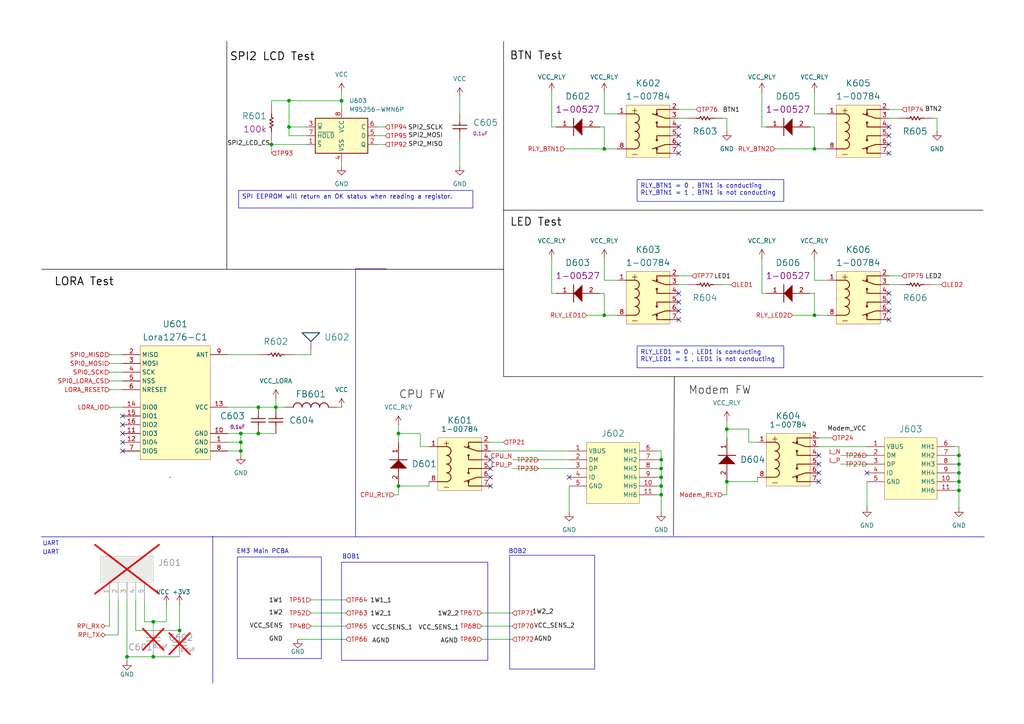
<source format=kicad_sch>
(kicad_sch (version 20231120) (generator "eeschema") (generator_version "8.0")
  (paper "A4")
  (junction (at 74.93 125.73))
  (junction (at 52.07 182.88))
  (junction (at 99.06 29.21))
  (junction (at 278.13 142.24))
  (junction (at 236.22 43.18))
  (junction (at 80.01 118.11))
  (junction (at 191.77 138.43))
  (junction (at 83.82 29.21))
  (junction (at 74.93 118.11))
  (junction (at 69.85 125.73))
  (junction (at 115.57 125.73))
  (junction (at 69.85 130.81))
  (junction (at 210.82 139.7))
  (junction (at 78.74 41.91))
  (junction (at 44.45 190.5))
  (junction (at 278.13 134.62))
  (junction (at 191.77 133.35))
  (junction (at 44.45 180.34))
  (junction (at 175.26 43.18))
  (junction (at 210.82 124.46))
  (junction (at 278.13 132.08))
  (junction (at 278.13 139.7))
  (junction (at 83.82 36.83))
  (junction (at 278.13 137.16))
  (junction (at 69.85 128.27))
  (junction (at 115.57 140.97))
  (junction (at 191.77 135.89))
  (junction (at 236.22 91.44))
  (junction (at 175.26 91.44))
  (junction (at 191.77 143.51))
  (junction (at 36.83 190.5))
  (junction (at 191.77 140.97))
  (no_connect (at 196.85 90.17))
  (no_connect (at 35.56 130.81))
  (no_connect (at 142.24 140.97))
  (no_connect (at 257.81 39.37))
  (no_connect (at 257.81 41.91))
  (no_connect (at 237.49 132.08))
  (no_connect (at 257.81 90.17))
  (no_connect (at 35.56 120.65))
  (no_connect (at 196.85 44.45))
  (no_connect (at 257.81 85.09))
  (no_connect (at 257.81 87.63))
  (no_connect (at 142.24 138.43))
  (no_connect (at 196.85 92.71))
  (no_connect (at 35.56 125.73))
  (no_connect (at 35.56 123.19))
  (no_connect (at 257.81 44.45))
  (no_connect (at 196.85 36.83))
  (no_connect (at 196.85 41.91))
  (no_connect (at 142.24 133.35))
  (no_connect (at 196.85 39.37))
  (no_connect (at 257.81 92.71))
  (no_connect (at 35.56 128.27))
  (no_connect (at 237.49 137.16))
  (no_connect (at 237.49 134.62))
  (no_connect (at 196.85 85.09))
  (no_connect (at 257.81 36.83))
  (no_connect (at 165.1 138.43))
  (no_connect (at 237.49 139.7))
  (no_connect (at 251.46 137.16))
  (no_connect (at 196.85 87.63))
  (no_connect (at 142.24 135.89))
  (wire (pts (xy 66.04 128.27) (xy 69.85 128.27)))
  (wire (pts (xy 78.74 30.48) (xy 78.74 29.21)))
  (wire (pts (xy 148.59 133.35) (xy 165.1 133.35)))
  (wire (pts (xy 278.13 139.7) (xy 278.13 142.24)))
  (wire (pts (xy 175.26 43.18) (xy 179.07 43.18)))
  (wire (pts (xy 36.83 173.99) (xy 36.83 190.5)))
  (wire (pts (xy 234.95 36.83) (xy 236.22 36.83)))
  (wire (pts (xy 210.82 38.1) (xy 210.82 34.29)))
  (wire (pts (xy 31.75 113.03) (xy 35.56 113.03)))
  (wire (pts (xy 90.17 181.61) (xy 100.33 181.61)))
  (polyline (pts (xy 65.786 11.938) (xy 65.786 77.978)) (stroke (width 0) (color 0 0 0 1)))
  (wire (pts (xy 85.09 102.87) (xy 90.17 102.87)))
  (wire (pts (xy 278.13 132.08) (xy 278.13 134.62)))
  (wire (pts (xy 276.86 132.08) (xy 278.13 132.08)))
  (wire (pts (xy 109.22 41.91) (xy 111.76 41.91)))
  (wire (pts (xy 217.17 124.46) (xy 210.82 124.46)))
  (wire (pts (xy 219.71 139.7) (xy 219.71 138.43)))
  (wire (pts (xy 148.59 135.89) (xy 165.1 135.89)))
  (wire (pts (xy 236.22 91.44) (xy 240.03 91.44)))
  (wire (pts (xy 31.75 102.87) (xy 35.56 102.87)))
  (wire (pts (xy 83.82 39.37) (xy 83.82 36.83)))
  (wire (pts (xy 83.82 36.83) (xy 83.82 29.21)))
  (wire (pts (xy 276.86 134.62) (xy 278.13 134.62)))
  (wire (pts (xy 190.5 140.97) (xy 191.77 140.97)))
  (wire (pts (xy 170.18 91.44) (xy 175.26 91.44)))
  (wire (pts (xy 210.82 121.92) (xy 210.82 124.46)))
  (wire (pts (xy 163.83 43.18) (xy 175.26 43.18)))
  (wire (pts (xy 260.35 34.29) (xy 257.81 34.29)))
  (wire (pts (xy 210.82 34.29) (xy 209.55 34.29)))
  (wire (pts (xy 278.13 129.54) (xy 278.13 132.08)))
  (wire (pts (xy 31.75 105.41) (xy 35.56 105.41)))
  (wire (pts (xy 78.74 40.64) (xy 78.74 41.91)))
  (wire (pts (xy 191.77 140.97) (xy 191.77 143.51)))
  (wire (pts (xy 229.87 91.44) (xy 236.22 91.44)))
  (wire (pts (xy 276.86 137.16) (xy 278.13 137.16)))
  (wire (pts (xy 121.92 125.73) (xy 115.57 125.73)))
  (wire (pts (xy 44.45 190.5) (xy 36.83 190.5)))
  (wire (pts (xy 237.49 127) (xy 241.3 127)))
  (wire (pts (xy 88.9 36.83) (xy 83.82 36.83)))
  (wire (pts (xy 124.46 129.54) (xy 121.92 129.54)))
  (wire (pts (xy 217.17 128.27) (xy 217.17 124.46)))
  (wire (pts (xy 278.13 142.24) (xy 278.13 147.32)))
  (wire (pts (xy 90.17 173.99) (xy 100.33 173.99)))
  (wire (pts (xy 190.5 138.43) (xy 191.77 138.43)))
  (wire (pts (xy 209.55 143.51) (xy 210.82 143.51)))
  (wire (pts (xy 31.75 173.99) (xy 31.75 181.61)))
  (wire (pts (xy 236.22 26.67) (xy 236.22 33.02)))
  (wire (pts (xy 210.82 124.46) (xy 210.82 127)))
  (polyline (pts (xy 146.05 60.96) (xy 285.115 60.96)) (stroke (width 0) (color 0 0 0 1)))
  (wire (pts (xy 109.22 36.83) (xy 111.76 36.83)))
  (wire (pts (xy 31.75 118.11) (xy 35.56 118.11)))
  (wire (pts (xy 139.7 185.42) (xy 148.59 185.42)))
  (wire (pts (xy 271.78 34.29) (xy 270.51 34.29)))
  (wire (pts (xy 199.39 34.29) (xy 196.85 34.29)))
  (wire (pts (xy 220.98 85.09) (xy 222.25 85.09)))
  (wire (pts (xy 236.22 81.28) (xy 240.03 81.28)))
  (wire (pts (xy 210.82 139.7) (xy 219.71 139.7)))
  (wire (pts (xy 220.98 36.83) (xy 222.25 36.83)))
  (wire (pts (xy 69.85 128.27) (xy 69.85 130.81)))
  (wire (pts (xy 251.46 139.7) (xy 251.46 147.32)))
  (wire (pts (xy 133.35 27.94) (xy 133.35 33.02)))
  (polyline (pts (xy 146.05 78.105) (xy 12.065 78.105)) (stroke (width 0) (color 0 0 0 1)))
  (wire (pts (xy 99.06 118.11) (xy 97.79 118.11)))
  (wire (pts (xy 78.74 44.45) (xy 78.74 41.91)))
  (wire (pts (xy 114.3 143.51) (xy 115.57 143.51)))
  (wire (pts (xy 175.26 33.02) (xy 179.07 33.02)))
  (wire (pts (xy 276.86 129.54) (xy 278.13 129.54)))
  (wire (pts (xy 271.78 38.1) (xy 271.78 34.29)))
  (wire (pts (xy 200.66 80.01) (xy 196.85 80.01)))
  (wire (pts (xy 34.29 173.99) (xy 34.29 184.15)))
  (wire (pts (xy 191.77 138.43) (xy 191.77 140.97)))
  (polyline (pts (xy 112.014 77.978) (xy 103.124 77.978)))
  (wire (pts (xy 30.48 181.61) (xy 31.75 181.61)))
  (polyline (pts (xy 49.276 138.43) (xy 49.53 138.43)) (stroke (width 0) (color 0 0 0 1)))
  (wire (pts (xy 278.13 134.62) (xy 278.13 137.16)))
  (wire (pts (xy 173.99 85.09) (xy 175.26 85.09)))
  (wire (pts (xy 165.1 140.97) (xy 165.1 148.59)))
  (wire (pts (xy 190.5 135.89) (xy 191.77 135.89)))
  (wire (pts (xy 199.39 82.55) (xy 196.85 82.55)))
  (wire (pts (xy 237.49 129.54) (xy 251.46 129.54)))
  (wire (pts (xy 175.26 85.09) (xy 175.26 91.44)))
  (polyline (pts (xy 146.05 109.22) (xy 285.115 109.22)) (stroke (width 0) (color 0 0 0 1)))
  (wire (pts (xy 66.04 125.73) (xy 69.85 125.73)))
  (wire (pts (xy 175.26 26.67) (xy 175.26 33.02)))
  (wire (pts (xy 83.82 29.21) (xy 99.06 29.21)))
  (polyline (pts (xy 146.05 78.105) (xy 146.05 109.22)) (stroke (width 0) (color 0 0 0 1)))
  (wire (pts (xy 234.95 85.09) (xy 236.22 85.09)))
  (wire (pts (xy 69.85 125.73) (xy 69.85 128.27)))
  (polyline (pts (xy 285.496 155.702) (xy 103.124 155.702)))
  (wire (pts (xy 212.09 82.55) (xy 209.55 82.55)))
  (wire (pts (xy 52.07 175.26) (xy 52.07 182.88)))
  (wire (pts (xy 39.37 182.88) (xy 52.07 182.88)))
  (wire (pts (xy 196.85 31.75) (xy 201.93 31.75)))
  (wire (pts (xy 236.22 85.09) (xy 236.22 91.44)))
  (wire (pts (xy 276.86 139.7) (xy 278.13 139.7)))
  (wire (pts (xy 31.75 107.95) (xy 35.56 107.95)))
  (wire (pts (xy 243.84 134.62) (xy 251.46 134.62)))
  (wire (pts (xy 74.93 125.73) (xy 80.01 125.73)))
  (wire (pts (xy 44.45 180.34) (xy 48.26 180.34)))
  (wire (pts (xy 88.9 39.37) (xy 83.82 39.37)))
  (wire (pts (xy 86.36 185.42) (xy 100.33 185.42)))
  (wire (pts (xy 115.57 143.51) (xy 115.57 140.97)))
  (wire (pts (xy 69.85 130.81) (xy 69.85 132.08)))
  (wire (pts (xy 99.06 29.21) (xy 99.06 31.75)))
  (wire (pts (xy 175.26 74.93) (xy 175.26 81.28)))
  (wire (pts (xy 44.45 181.61) (xy 44.45 180.34)))
  (wire (pts (xy 30.48 184.15) (xy 34.29 184.15)))
  (wire (pts (xy 190.5 143.51) (xy 191.77 143.51)))
  (wire (pts (xy 74.93 118.11) (xy 80.01 118.11)))
  (wire (pts (xy 66.04 118.11) (xy 74.93 118.11)))
  (wire (pts (xy 224.79 43.18) (xy 236.22 43.18)))
  (wire (pts (xy 276.86 142.24) (xy 278.13 142.24)))
  (wire (pts (xy 191.77 133.35) (xy 191.77 135.89)))
  (wire (pts (xy 175.26 91.44) (xy 179.07 91.44)))
  (wire (pts (xy 41.91 173.99) (xy 41.91 180.34)))
  (wire (pts (xy 41.91 180.34) (xy 44.45 180.34)))
  (wire (pts (xy 90.17 177.8) (xy 100.33 177.8)))
  (wire (pts (xy 133.35 40.64) (xy 133.35 48.26)))
  (polyline (pts (xy 146.05 12.065) (xy 146.05 78.105)) (stroke (width 0) (color 0 0 0 1)))
  (wire (pts (xy 220.98 26.67) (xy 220.98 36.83)))
  (wire (pts (xy 99.06 26.67) (xy 99.06 29.21)))
  (wire (pts (xy 124.46 140.97) (xy 124.46 139.7)))
  (wire (pts (xy 236.22 43.18) (xy 240.03 43.18)))
  (wire (pts (xy 142.24 130.81) (xy 165.1 130.81)))
  (wire (pts (xy 191.77 135.89) (xy 191.77 138.43)))
  (wire (pts (xy 121.92 129.54) (xy 121.92 125.73)))
  (wire (pts (xy 66.04 102.87) (xy 74.93 102.87)))
  (wire (pts (xy 78.74 41.91) (xy 88.9 41.91)))
  (wire (pts (xy 115.57 123.19) (xy 115.57 125.73)))
  (wire (pts (xy 78.74 29.21) (xy 83.82 29.21)))
  (wire (pts (xy 236.22 33.02) (xy 240.03 33.02)))
  (wire (pts (xy 261.62 80.01) (xy 257.81 80.01)))
  (wire (pts (xy 48.26 180.34) (xy 48.26 175.26)))
  (wire (pts (xy 190.5 130.81) (xy 191.77 130.81)))
  (wire (pts (xy 36.83 191.77) (xy 36.83 190.5)))
  (wire (pts (xy 69.85 125.73) (xy 74.93 125.73)))
  (wire (pts (xy 278.13 137.16) (xy 278.13 139.7)))
  (wire (pts (xy 243.84 132.08) (xy 251.46 132.08)))
  (wire (pts (xy 99.06 46.99) (xy 99.06 48.26)))
  (polyline (pts (xy 61.722 155.448) (xy 61.722 198.12)))
  (wire (pts (xy 115.57 140.97) (xy 124.46 140.97)))
  (wire (pts (xy 219.71 128.27) (xy 217.17 128.27)))
  (wire (pts (xy 90.17 102.87) (xy 90.17 101.6)))
  (wire (pts (xy 39.37 173.99) (xy 39.37 182.88)))
  (wire (pts (xy 175.26 81.28) (xy 179.07 81.28)))
  (wire (pts (xy 66.04 130.81) (xy 69.85 130.81)))
  (wire (pts (xy 173.99 36.83) (xy 175.26 36.83)))
  (wire (pts (xy 160.02 85.09) (xy 161.29 85.09)))
  (polyline (pts (xy 103.124 155.702) (xy 103.124 77.978)))
  (polyline (pts (xy 195.58 109.22) (xy 195.326 155.448)) (stroke (width 0) (color 0 0 0 1)))
  (wire (pts (xy 220.98 74.93) (xy 220.98 85.09)))
  (wire (pts (xy 260.35 82.55) (xy 257.81 82.55)))
  (wire (pts (xy 31.75 110.49) (xy 35.56 110.49)))
  (wire (pts (xy 236.22 74.93) (xy 236.22 81.28)))
  (wire (pts (xy 142.24 128.27) (xy 146.05 128.27)))
  (wire (pts (xy 175.26 36.83) (xy 175.26 43.18)))
  (wire (pts (xy 109.22 39.37) (xy 111.76 39.37)))
  (wire (pts (xy 80.01 115.57) (xy 80.01 118.11)))
  (wire (pts (xy 139.7 177.8) (xy 148.59 177.8)))
  (polyline (pts (xy 11.938 155.702) (xy 103.124 155.702)))
  (wire (pts (xy 115.57 125.73) (xy 115.57 128.27)))
  (wire (pts (xy 139.7 181.61) (xy 148.59 181.61)))
  (wire (pts (xy 261.62 31.75) (xy 257.81 31.75)))
  (wire (pts (xy 160.02 74.93) (xy 160.02 85.09)))
  (wire (pts (xy 210.82 143.51) (xy 210.82 139.7)))
  (wire (pts (xy 191.77 143.51) (xy 191.77 148.59)))
  (wire (pts (xy 191.77 130.81) (xy 191.77 133.35)))
  (wire (pts (xy 273.05 82.55) (xy 270.51 82.55)))
  (wire (pts (xy 190.5 133.35) (xy 191.77 133.35)))
  (wire (pts (xy 160.02 26.67) (xy 160.02 36.83)))
  (wire (pts (xy 160.02 36.83) (xy 161.29 36.83)))
  (wire (pts (xy 82.55 118.11) (xy 80.01 118.11)))
  (wire (pts (xy 236.22 36.83) (xy 236.22 43.18)))
  (wire (pts (xy 44.45 189.23) (xy 44.45 190.5)))
  (wire (pts (xy 44.45 190.5) (xy 52.07 190.5)))
  (rectangle (start 99.06 163.068) (end 141.478 191.516))
  (rectangle (start 147.828 161.036) (end 172.466 194.056))
  (rectangle (start 68.834 161.544) (end 93.218 191.008))
  (text_box "RLY_BTN1 = 0 , BTN1 is conducting\nRLY_BTN1 = 1 , BTN1 is not conducting" (at 184.785 52.07 0) (size 42.545 6.35) (effects (font (size 1.27 1.27)) (justify left top)))
  (text_box "SPI EEPROM will return an OK status when reading a registor. \n" (at 69.215 55.245 0) (size 67.945 5.08) (effects (font (size 1.27 1.27) (thickness 0.1588)) (justify left top)))
  (text_box "RLY_LED1 = 0 , LED1 is conducting\nRLY_LED1 = 1 , LED1 is not conducting" (at 184.785 100.33 0) (size 42.545 6.35) (effects (font (size 1.27 1.27)) (justify left top)))
  (text "1W2" (at 80.01 177.8 0) (effects (font (size 1.27 1.27))))
  (text "BOB2" (at 150.114 160.02 0) (effects (font (size 1.27 1.27))))
  (text "LED Test" (at 155.448 64.516 0) (effects (font (size 2.286 2.286) (thickness 0.2381))))
  (text "LED1" (at 209.55 80.264 0) (effects (font (size 1.27 1.27))))
  (text "BTN2" (at 270.764 31.75 0) (effects (font (size 1.27 1.27))))
  (text "VCC_SENS_1" (at 113.792 182.118 0) (effects (font (size 1.27 1.27))))
  (text "GND" (at 80.01 185.42 0) (effects (font (size 1.27 1.27))))
  (text "1W1" (at 80.01 174.244 0) (effects (font (size 1.27 1.27))))
  (text "1W2_2" (at 157.48 177.546 0) (effects (font (size 1.27 1.27))))
  (text "CPU FW\n" (at 122.428 114.554 0) (effects (font (size 2.286 2.286))))
  (text "AGND" (at 110.49 185.928 0) (effects (font (size 1.27 1.27))))
  (text "LORA Test" (at 24.384 81.788 0) (effects (font (size 2.286 2.286) (thickness 0.254) (bold yes))))
  (text "Modem FW\n" (at 208.788 113.284 0) (effects (font (size 2.286 2.286))))
  (text "VCC_SENS" (at 77.216 181.61 0) (effects (font (size 1.27 1.27))))
  (text "Modem_VCC\n" (at 245.618 124.46 0) (effects (font (size 1.27 1.27))))
  (text "LED2" (at 270.764 80.264 0) (effects (font (size 1.27 1.27))))
  (text "SPI2_SCLK\n" (at 123.444 37.084 0) (effects (font (size 1.27 1.27))))
  (text "UART" (at 14.732 157.734 0) (effects (font (size 1.27 1.27))))
  (text "BTN1" (at 212.09 32.004 0) (effects (font (size 1.27 1.27))))
  (text "AGND" (at 157.48 185.42 0) (effects (font (size 1.27 1.27))))
  (text "VCC_SENS_1" (at 127.254 182.118 0) (effects (font (size 1.27 1.27))))
  (text "1W1_1\n" (at 110.49 174.244 0) (effects (font (size 1.27 1.27))))
  (text "EM3 Main PCBA" (at 76.2 160.02 0) (effects (font (size 1.27 1.27))))
  (text "SPI2_MISO\n" (at 123.444 41.91 0) (effects (font (size 1.27 1.27))))
  (text "SPI2_MOSI\n\n" (at 123.444 40.386 0) (effects (font (size 1.27 1.27))))
  (text "SPI2 LCD Test" (at 78.994 16.51 0) (effects (font (size 2.286 2.286) (thickness 0.254) (bold yes))))
  (text "VCC_SENS_2" (at 160.782 181.61 0) (effects (font (size 1.27 1.27))))
  (text "BOB1" (at 101.854 161.544 0) (effects (font (size 1.27 1.27))))
  (text "SPI2_LCD_CS" (at 72.136 41.656 0) (effects (font (size 1.27 1.27))))
  (text "AGND" (at 130.302 185.928 0) (effects (font (size 1.27 1.27))))
  (text "BTN Test" (at 155.448 16.256 0) (effects (font (size 2.286 2.286) (thickness 0.2381))))
  (text "1W2_1" (at 110.49 178.054 0) (effects (font (size 1.27 1.27))))
  (text "1W2_2" (at 130.048 178.054 0) (effects (font (size 1.27 1.27))))
  (text "UART" (at 14.732 160.274 0) (effects (font (size 1.27 1.27))))
  (label "CPU_N" (at 148.59 133.35 180))
  (label "L_P" (at 243.84 134.62 180))
  (label "L_N" (at 243.84 132.08 180))
  (label "CPU_P" (at 148.59 135.89 180))
  (hierarchical_label "TP26" (shape input) (at 251.46 132.08 180))
  (hierarchical_label "SPI0_LORA_CS" (shape input) (at 31.75 110.49 180) (effects (font (thickness 0.1588))))
  (hierarchical_label "TP76" (shape input) (at 201.93 31.75 0))
  (hierarchical_label "LORA_IO" (shape input) (at 31.75 118.11 180) (effects (font (thickness 0.1588))))
  (hierarchical_label "RLY_LED2" (shape input) (at 229.87 91.44 180))
  (hierarchical_label "TP48" (shape input) (at 90.17 181.61 180))
  (hierarchical_label "CPU_RLY" (shape input) (at 114.3 143.51 180))
  (hierarchical_label "RPI_RX" (shape bidirectional) (at 30.48 181.61 180))
  (hierarchical_label "SPI0_SCK" (shape input) (at 31.75 107.95 180) (effects (font (thickness 0.1588))))
  (hierarchical_label "LORA_RESET" (shape input) (at 31.75 113.03 180) (effects (font (thickness 0.1588))))
  (hierarchical_label "TP66" (shape input) (at 100.33 185.42 0))
  (hierarchical_label "TP51" (shape input) (at 90.17 173.99 180))
  (hierarchical_label "TP52" (shape input) (at 90.17 177.8 180))
  (hierarchical_label "TP74" (shape input) (at 261.62 31.75 0))
  (hierarchical_label "TP71" (shape input) (at 148.59 177.8 0))
  (hierarchical_label "TP68" (shape input) (at 139.7 181.61 180))
  (hierarchical_label "SPI0_MOSI" (shape input) (at 31.75 105.41 180) (effects (font (thickness 0.1588))))
  (hierarchical_label "TP94" (shape input) (at 111.76 36.83 0))
  (hierarchical_label "TP64" (shape input) (at 100.33 173.99 0))
  (hierarchical_label "TP95" (shape input) (at 111.76 39.37 0))
  (hierarchical_label "TP92" (shape input) (at 111.76 41.91 0))
  (hierarchical_label "TP24" (shape input) (at 241.3 127 0))
  (hierarchical_label "TP22" (shape input) (at 156.21 133.35 180))
  (hierarchical_label "RLY_LED1" (shape input) (at 170.18 91.44 180))
  (hierarchical_label "TP69" (shape input) (at 139.7 185.42 180))
  (hierarchical_label "SPI0_MISO" (shape input) (at 31.75 102.87 180) (effects (font (thickness 0.1588))))
  (hierarchical_label "TP77" (shape input) (at 200.66 80.01 0))
  (hierarchical_label "RLY_BTN1" (shape input) (at 163.83 43.18 180))
  (hierarchical_label "TP27" (shape input) (at 251.46 134.62 180))
  (hierarchical_label "RPI_TX" (shape bidirectional) (at 30.48 184.15 180))
  (hierarchical_label "TP75" (shape input) (at 261.62 80.01 0))
  (hierarchical_label "TP65" (shape input) (at 100.33 181.61 0))
  (hierarchical_label "RLY_BTN2" (shape input) (at 224.79 43.18 180))
  (hierarchical_label "TP21" (shape input) (at 146.05 128.27 0))
  (hierarchical_label "Modem_RLY" (shape input) (at 209.55 143.51 180))
  (hierarchical_label "TP93" (shape input) (at 78.74 44.45 0))
  (hierarchical_label "TP72" (shape input) (at 148.59 185.42 0))
  (hierarchical_label "TP67" (shape input) (at 139.7 177.8 180))
  (hierarchical_label "TP70" (shape input) (at 148.59 181.61 0))
  (hierarchical_label "LED1" (shape input) (at 212.09 82.55 0))
  (hierarchical_label "LED2" (shape input) (at 273.05 82.55 0))
  (hierarchical_label "TP23" (shape input) (at 156.21 135.89 180))
  (hierarchical_label "TP63" (shape input) (at 100.33 177.8 0))
  (symbol (lib_id "power:GND") (at 251.46 147.32 0) (unit 1)
    (property "Reference" "#PWR0624" (effects (hide yes)))
    (property "Value" "GND" (at 251.46 152.4 0))
    (property "Description" "Power symbol creates a global label with name \"GND\" , ground" (effects (hide yes)))
  )
  (symbol (lib_id "power:+3V3") (at 52.07 175.26 0) (unit 1)
    (property "Reference" "#PWR0603" (effects (hide yes)))
    (property "Value" "+3V3" (at 52.578 171.704 0))
    (property "Description" "Power symbol creates a global label with name \"+3V3\"" (effects (hide yes)))
  )
  (symbol (lib_id "EXACT_CAP:1-00004") (at 133.35 36.83 270) (unit 1)
    (property "Reference" "C605" (at 137.16 35.5599 90) (effects (font (size 1.8288 1.8288)) (justify left)))
    (property "Value" "${VALUE}" (effects (hide yes)))
    (property "Footprint" "CAP:CAP_0603" (effects (hide yes)))
    (property "Description" "CAP CER 0.1UF 50V X7R 0603" (effects (hide yes)))
    (property "Vendor" "Digi-Key" (effects (hide yes)))
    (property "Vendor Part Number" "478-5778-1-ND" (effects (hide yes)))
    (property "Manufacturer" "AVX Corporation" (effects (hide yes)))
    (property "Manufacturer Part Number" "06035C104JAT2A" (effects (hide yes)))
    (property "ALTIUM_VALUE" "0.1uF" (at 137.16 38.7349 90) (effects (font (size 1.016 1.016)) (justify left)))
    (property "EXACT Part Number" "1-00004" (effects (hide yes)))
    (property "Package" "0603" (effects (hide yes)))
    (property "Voltage" "50V" (effects (hide yes)))
    (property "Dielectric" "X7R" (effects (hide yes)))
  )
  (symbol (lib_id "EXACT_MISC:1-00784") (at 248.92 36.83 0) (unit 1)
    (property "Reference" "K605" (at 248.92 24.13 0) (effects (font (size 1.8288 1.8288))))
    (property "Value" "1-00784" (at 248.92 27.94 0) (effects (font (size 1.8288 1.8288))))
    (property "Footprint" "MISC:KEMET_UA2" (effects (hide yes)))
    (property "Description" "RELAY GEN PURPOSE DPDT 1A 5VDC" (effects (hide yes)))
    (property "Manufacturer Part Number" "UA2-5NE" (effects (hide yes)))
    (property "Manufacturer" "KEMET" (effects (hide yes)))
    (property "EXACT Part Number" "1-00784" (effects (hide yes)))
    (property "Vendor" "Digi-Key" (effects (hide yes)))
    (property "Vendor Part Number" "UA2-5NE-ND" (effects (hide yes)))
    (property "ALTIUM_VALUE" "DPDT 1A 5VDC" (effects (hide yes)))
  )
  (symbol (lib_id "EXACT_MISC:1-00784") (at 187.96 85.09 0) (unit 1)
    (property "Reference" "K603" (at 187.96 72.39 0) (effects (font (size 1.8288 1.8288))))
    (property "Value" "1-00784" (at 187.96 76.2 0) (effects (font (size 1.8288 1.8288))))
    (property "Footprint" "MISC:KEMET_UA2" (effects (hide yes)))
    (property "Description" "RELAY GEN PURPOSE DPDT 1A 5VDC" (effects (hide yes)))
    (property "Manufacturer Part Number" "UA2-5NE" (effects (hide yes)))
    (property "Manufacturer" "KEMET" (effects (hide yes)))
    (property "EXACT Part Number" "1-00784" (effects (hide yes)))
    (property "Vendor" "Digi-Key" (effects (hide yes)))
    (property "Vendor Part Number" "UA2-5NE-ND" (effects (hide yes)))
    (property "ALTIUM_VALUE" "DPDT 1A 5VDC" (effects (hide yes)))
  )
  (symbol (lib_id "EXACT_MISC:1-00784") (at 187.96 36.83 0) (unit 1)
    (property "Reference" "K602" (at 187.96 24.13 0) (effects (font (size 1.8288 1.8288))))
    (property "Value" "1-00784" (at 187.96 27.94 0) (effects (font (size 1.8288 1.8288))))
    (property "Footprint" "MISC:KEMET_UA2" (effects (hide yes)))
    (property "Description" "RELAY GEN PURPOSE DPDT 1A 5VDC" (effects (hide yes)))
    (property "Manufacturer Part Number" "UA2-5NE" (effects (hide yes)))
    (property "Manufacturer" "KEMET" (effects (hide yes)))
    (property "EXACT Part Number" "1-00784" (effects (hide yes)))
    (property "Vendor" "Digi-Key" (effects (hide yes)))
    (property "Vendor Part Number" "UA2-5NE-ND" (effects (hide yes)))
    (property "ALTIUM_VALUE" "DPDT 1A 5VDC" (effects (hide yes)))
  )
  (symbol (lib_id "EXACT_MOD:Lora1276-C1") (at 50.8 118.11 0) (unit 1)
    (property "Reference" "U601" (at 50.8 93.98 0) (effects (font (size 1.8288 1.8288))))
    (property "Value" "Lora1276-C1" (at 50.8 97.79 0) (effects (font (size 1.8288 1.8288))))
    (property "Footprint" "MOD:Lora1276-C1" (effects (hide yes)))
    (property "Description" "100mW CE-RED Certified Long Range LoRa Module LoRa1276-C1" (effects (hide yes)))
    (property "Manufacturer Part Number" "Lora1276-C1" (effects (hide yes)))
    (property "Manufacturer" "NiceRF" (effects (hide yes)))
    (property "EXACT Part Number" "1-00051" (effects (hide yes)))
    (property "Vendor" "NiceRF" (effects (hide yes)))
    (property "Vendor Part Number" "Lora1276-C1" (effects (hide yes)))
    (property "Package" "SMD 16x16" (effects (hide yes)))
    (property "ALTIUM_VALUE" "Lora1276-C1" (effects (hide yes)))
  )
  (symbol (lib_id "EXACT_MISC:1-00784") (at 248.92 85.09 0) (unit 1)
    (property "Reference" "K606" (at 248.92 72.39 0) (effects (font (size 1.8288 1.8288))))
    (property "Value" "1-00784" (at 248.92 76.2 0) (effects (font (size 1.8288 1.8288))))
    (property "Footprint" "MISC:KEMET_UA2" (effects (hide yes)))
    (property "Description" "RELAY GEN PURPOSE DPDT 1A 5VDC" (effects (hide yes)))
    (property "Manufacturer Part Number" "UA2-5NE" (effects (hide yes)))
    (property "Manufacturer" "KEMET" (effects (hide yes)))
    (property "EXACT Part Number" "1-00784" (effects (hide yes)))
    (property "Vendor" "Digi-Key" (effects (hide yes)))
    (property "Vendor Part Number" "UA2-5NE-ND" (effects (hide yes)))
    (property "ALTIUM_VALUE" "DPDT 1A 5VDC" (effects (hide yes)))
  )
  (symbol (lib_id "EXACT_CAP:1-00004") (at 44.45 185.42 270) (unit 1) (dnp yes)
    (property "Reference" "C601" (at 44.45 187.706 90) (effects (font (size 1.8288 1.8288)) (justify right)))
    (property "Value" "${VALUE}" (effects (hide yes)))
    (property "Footprint" "CAP:CAP_0603" (effects (hide yes)))
    (property "Description" "CAP CER 0.1UF 50V X7R 0603" (effects (hide yes)))
    (property "Vendor" "Digi-Key" (effects (hide yes)))
    (property "Vendor Part Number" "478-5778-1-ND" (effects (hide yes)))
    (property "Manufacturer" "AVX Corporation" (effects (hide yes)))
    (property "Manufacturer Part Number" "06035C104JAT2A" (effects (hide yes)))
    (property "ALTIUM_VALUE" "0.1uF" (at 48.768 187.452 90) (effects (font (size 1.016 1.016)) (justify right)))
    (property "EXACT Part Number" "1-00004" (effects (hide yes)))
    (property "Package" "0603" (effects (hide yes)))
    (property "Voltage" "50V" (effects (hide yes)))
    (property "Dielectric" "X7R" (effects (hide yes)))
  )
  (symbol (lib_id "EXACT_DIO:1-00527") (at 166.37 36.83 180) (unit 1)
    (property "Reference" "D602" (at 167.5765 27.94 0) (effects (font (size 1.8288 1.8288))))
    (property "Value" "${VALUE}" (effects (hide yes)))
    (property "Footprint" "DIO:SOD323" (effects (hide yes)))
    (property "Description" "DIODE GEN PURP 75V 150MA SOD323" (effects (hide yes)))
    (property "Manufacturer" "Micro Commercial Co" (effects (hide yes)))
    (property "Manufacturer Part Number" "1N4148WX-TP" (effects (hide yes)))
    (property "Vendor" "Digi-Key" (effects (hide yes)))
    (property "Vendor Part Number" "1N4148WX-TP" (effects (hide yes)))
    (property "Package" "SOD323" (effects (hide yes)))
    (property "ALTIUM_VALUE" "1N4148WX-TP" (effects (hide yes)))
    (property "Current" "150mA" (effects (hide yes)))
    (property "EXACT Part Number" "1-00527" (at 167.5765 31.75 0) (effects (font (size 1.8288 1.8288))))
    (property "Voltage" "75V" (effects (hide yes)))
  )
  (symbol (lib_id "power:+1V0") (at 236.22 26.67 0) (unit 1)
    (property "Reference" "#PWR0622" (effects (hide yes)))
    (property "Value" "VCC_RLY" (at 236.22 22.352 0))
    (property "Description" "Power symbol creates a global label with name \"+1V0\"" (effects (hide yes)))
  )
  (symbol (lib_id "power:+1V0") (at 115.57 123.19 0) (unit 1)
    (property "Reference" "#PWR0609" (effects (hide yes)))
    (property "Value" "VCC_RLY" (at 115.57 118.11 0))
    (property "Description" "Power symbol creates a global label with name \"+1V0\"" (effects (hide yes)))
  )
  (symbol (lib_id "EXACT_MISC:DN038") (at 90.17 99.06 0) (unit 1)
    (property "Reference" "U602" (at 93.98 97.7899 0) (effects (font (size 1.8288 1.8288)) (justify left)))
    (property "Value" "PCB Antenna 868MHz - 925MHz" (effects (hide yes)))
    (property "Footprint" "MISC:DN038" (effects (hide yes)))
    (property "Description" "DN038 PCB Lora Antenna 868MHz - 925MHz" (effects (hide yes)))
  )
  (symbol (lib_id "EXACT_RES:1-00045") (at 265.43 34.29 0) (unit 1)
    (property "Reference" "R605" (at 265.43 38.1 0) (effects (font (size 1.8288 1.8288))))
    (property "Value" "${VALUE}" (effects (hide yes)))
    (property "Footprint" "RES:RES_0603" (effects (hide yes)))
    (property "Description" "RES SMD 1K OHM 1% 1/10W 0603" (effects (hide yes)))
    (property "Vendor" "Digi-Key" (effects (hide yes)))
    (property "Vendor Part Number" "311-1.00KHRCT-ND" (effects (hide yes)))
    (property "Manufacturer" "Yageo" (effects (hide yes)))
    (property "Manufacturer Part Number" "RC0603FR-071KL" (effects (hide yes)))
    (property "ALTIUM_VALUE" "1k" (effects (hide yes)))
    (property "Tolerance" "1%" (effects (hide yes)))
    (property "EXACT Part Number" "1-00045" (effects (hide yes)))
    (property "Package" "0603" (effects (hide yes)))
  )
  (symbol (lib_id "power:GND") (at 99.06 48.26 0) (unit 1)
    (property "Reference" "#PWR0607" (effects (hide yes)))
    (property "Value" "GND" (at 99.06 53.34 0))
    (property "Description" "Power symbol creates a global label with name \"GND\" , ground" (effects (hide yes)))
  )
  (symbol (lib_id "EXACT_CONN:10118192-0001LF") (at 177.8 135.89 0) (unit 1)
    (property "Reference" "J602" (at 177.8 125.73 0) (effects (font (size 1.8288 1.8288))))
    (property "Value" "10118192-0001LF" (effects (hide yes)))
    (property "Footprint" "CONN:101181920001LF" (effects (hide yes)))
    (property "Description" "CONN RCPT USB2.0 MICRO B SMD R/A" (effects (hide yes)))
    (property "Manufacturer Part Number" "10118192-0001LF" (effects (hide yes)))
    (property "Manufacturer" "Amphenol" (effects (hide yes)))
    (property "EXACT Part Number" "1-00009" (effects (hide yes)))
    (property "Vendor" "Digi-Key" (effects (hide yes)))
    (property "Vendor Part Number" "609-4613-1-ND" (effects (hide yes)))
    (property "Package" "*" (effects (hide yes)))
    (property "ALTIUM_VALUE" "10118192-0001LF" (effects (hide yes)))
  )
  (symbol (lib_id "EXACT_DIO:1-00527") (at 227.33 85.09 180) (unit 1)
    (property "Reference" "D606" (at 228.5365 76.2 0) (effects (font (size 1.8288 1.8288))))
    (property "Value" "${VALUE}" (effects (hide yes)))
    (property "Footprint" "DIO:SOD323" (effects (hide yes)))
    (property "Description" "DIODE GEN PURP 75V 150MA SOD323" (effects (hide yes)))
    (property "Manufacturer" "Micro Commercial Co" (effects (hide yes)))
    (property "Manufacturer Part Number" "1N4148WX-TP" (effects (hide yes)))
    (property "Vendor" "Digi-Key" (effects (hide yes)))
    (property "Vendor Part Number" "1N4148WX-TP" (effects (hide yes)))
    (property "Package" "SOD323" (effects (hide yes)))
    (property "ALTIUM_VALUE" "1N4148WX-TP" (effects (hide yes)))
    (property "Current" "150mA" (effects (hide yes)))
    (property "EXACT Part Number" "1-00527" (at 228.5365 80.01 0) (effects (font (size 1.8288 1.8288))))
    (property "Voltage" "75V" (effects (hide yes)))
  )
  (symbol (lib_id "EXACT_CAP:1-00004") (at 74.93 121.92 270) (unit 1)
    (property "Reference" "C603" (at 71.12 120.6499 90) (effects (font (size 1.8288 1.8288)) (justify right)))
    (property "Value" "${VALUE}" (effects (hide yes)))
    (property "Footprint" "CAP:CAP_0603" (effects (hide yes)))
    (property "Description" "CAP CER 0.1UF 50V X7R 0603" (effects (hide yes)))
    (property "Vendor" "Digi-Key" (effects (hide yes)))
    (property "Vendor Part Number" "478-5778-1-ND" (effects (hide yes)))
    (property "Manufacturer" "AVX Corporation" (effects (hide yes)))
    (property "Manufacturer Part Number" "06035C104JAT2A" (effects (hide yes)))
    (property "ALTIUM_VALUE" "0.1uF" (at 71.12 123.8249 90) (effects (font (size 1.016 1.016)) (justify right)))
    (property "EXACT Part Number" "1-00004" (effects (hide yes)))
    (property "Package" "0603" (effects (hide yes)))
    (property "Voltage" "50V" (effects (hide yes)))
    (property "Dielectric" "X7R" (effects (hide yes)))
  )
  (symbol (lib_id "power:GND") (at 133.35 48.26 0) (unit 1)
    (property "Reference" "#PWR0611" (effects (hide yes)))
    (property "Value" "GND" (at 133.35 53.34 0))
    (property "Description" "Power symbol creates a global label with name \"GND\" , ground" (effects (hide yes)))
  )
  (symbol (lib_id "EXACT_CONN:SWR201-NRTN-S05-SA-WH") (at 31.75 168.91 90) (unit 1) (dnp yes)
    (property "Reference" "J601" (at 45.72 163.1949 90) (effects (font (size 1.8288 1.8288)) (justify right)))
    (property "Value" "SWR201-NRTN-S05-SA-WH" (effects (hide yes)))
    (property "Footprint" "CONN:5POS 2MM JST" (effects (hide yes)))
    (property "Description" "CONN HEADER VERT 5POS 2MM" (effects (hide yes)))
    (property "ALTIUM_VALUE" "SWR201-NRTN-S05-SA-WH" (effects (hide yes)))
    (property "EXACT Part Number" "1-00519" (effects (hide yes)))
    (property "Manufacturer" "Sullins Connector Solutions" (effects (hide yes)))
    (property "Manufacturer Part Number" "SWR201-NRTN-S05-SA-WH" (effects (hide yes)))
    (property "Package" "*" (effects (hide yes)))
    (property "Vendor" "Digi-key" (effects (hide yes)))
    (property "Vendor Part Number" "S9450-ND" (effects (hide yes)))
  )
  (symbol (lib_id "EXACT_RES:RC0603FR-07100KL") (at 78.74 35.56 90) (unit 1)
    (property "Reference" "R601" (at 77.47 33.6549 90) (effects (font (size 1.8288 1.8288)) (justify left)))
    (property "Value" "${VALUE}" (effects (hide yes)))
    (property "Footprint" "RES:RES_0603" (effects (hide yes)))
    (property "Description" "RES SMD 100K OHM 1% 1/10W 0603" (effects (hide yes)))
    (property "Vendor" "Digi-Key" (effects (hide yes)))
    (property "Vendor Part Number" "311-100KHRCT-ND" (effects (hide yes)))
    (property "Manufacturer" "Yageo" (effects (hide yes)))
    (property "Manufacturer Part Number" "RC0603FR-07100KL" (effects (hide yes)))
    (property "ALTIUM_VALUE" "100k" (at 77.47 37.4649 90) (effects (font (size 1.8288 1.8288)) (justify left)))
    (property "Tolerance" "1%" (effects (hide yes)))
    (property "EXACT Part Number" "1-00021" (effects (hide yes)))
    (property "Package" "0603" (effects (hide yes)))
  )
  (symbol (lib_id "EXACT_MISC:1-00784") (at 133.35 133.35 0) (unit 1)
    (property "Reference" "K601" (at 133.35 121.92 0) (effects (font (size 1.8288 1.8288))))
    (property "Value" "1-00784" (at 133.35 124.46 0) (effects (font (size 1.524 1.524))))
    (property "Footprint" "MISC:KEMET_UA2" (effects (hide yes)))
    (property "Description" "RELAY GEN PURPOSE DPDT 1A 5VDC" (effects (hide yes)))
    (property "Manufacturer Part Number" "UA2-5NE" (effects (hide yes)))
    (property "Manufacturer" "KEMET" (effects (hide yes)))
    (property "EXACT Part Number" "1-00784" (effects (hide yes)))
    (property "Vendor" "Digi-Key" (effects (hide yes)))
    (property "Vendor Part Number" "UA2-5NE-ND" (effects (hide yes)))
    (property "ALTIUM_VALUE" "DPDT 1A 5VDC" (effects (hide yes)))
  )
  (symbol (lib_id "power:GND") (at 36.83 191.77 0) (unit 1)
    (property "Reference" "#PWR0601" (effects (hide yes)))
    (property "Value" "GND" (at 36.83 195.58 0))
    (property "Description" "Power symbol creates a global label with name \"GND\" , ground" (effects (hide yes)))
  )
  (symbol (lib_id "power:+1V0") (at 160.02 74.93 0) (unit 1)
    (property "Reference" "#PWR0613" (effects (hide yes)))
    (property "Value" "VCC_RLY" (at 160.02 69.85 0))
    (property "Description" "Power symbol creates a global label with name \"+1V0\"" (effects (hide yes)))
  )
  (symbol (lib_id "EXACT_DIO:1-00527") (at 166.37 85.09 180) (unit 1)
    (property "Reference" "D603" (at 167.5765 76.2 0) (effects (font (size 1.8288 1.8288))))
    (property "Value" "${VALUE}" (effects (hide yes)))
    (property "Footprint" "DIO:SOD323" (effects (hide yes)))
    (property "Description" "DIODE GEN PURP 75V 150MA SOD323" (effects (hide yes)))
    (property "Manufacturer" "Micro Commercial Co" (effects (hide yes)))
    (property "Manufacturer Part Number" "1N4148WX-TP" (effects (hide yes)))
    (property "Vendor" "Digi-Key" (effects (hide yes)))
    (property "Vendor Part Number" "1N4148WX-TP" (effects (hide yes)))
    (property "Package" "SOD323" (effects (hide yes)))
    (property "ALTIUM_VALUE" "1N4148WX-TP" (effects (hide yes)))
    (property "Current" "150mA" (effects (hide yes)))
    (property "EXACT Part Number" "1-00527" (at 167.5765 80.01 0) (effects (font (size 1.8288 1.8288))))
    (property "Voltage" "75V" (effects (hide yes)))
  )
  (symbol (lib_id "EXACT_RES:1-00045") (at 204.47 34.29 0) (unit 1)
    (property "Reference" "R603" (at 204.47 38.1 0) (effects (font (size 1.8288 1.8288))))
    (property "Value" "${VALUE}" (effects (hide yes)))
    (property "Footprint" "RES:RES_0603" (effects (hide yes)))
    (property "Description" "RES SMD 1K OHM 1% 1/10W 0603" (effects (hide yes)))
    (property "Vendor" "Digi-Key" (effects (hide yes)))
    (property "Vendor Part Number" "311-1.00KHRCT-ND" (effects (hide yes)))
    (property "Manufacturer" "Yageo" (effects (hide yes)))
    (property "Manufacturer Part Number" "RC0603FR-071KL" (effects (hide yes)))
    (property "ALTIUM_VALUE" "1k" (effects (hide yes)))
    (property "Tolerance" "1%" (effects (hide yes)))
    (property "EXACT Part Number" "1-00045" (effects (hide yes)))
    (property "Package" "0603" (effects (hide yes)))
  )
  (symbol (lib_id "EXACT_RES:1-00045") (at 265.43 82.55 0) (unit 1)
    (property "Reference" "R606" (at 265.43 86.36 0) (effects (font (size 1.8288 1.8288))))
    (property "Value" "${VALUE}" (effects (hide yes)))
    (property "Footprint" "RES:RES_0603" (effects (hide yes)))
    (property "Description" "RES SMD 1K OHM 1% 1/10W 0603" (effects (hide yes)))
    (property "Vendor" "Digi-Key" (effects (hide yes)))
    (property "Vendor Part Number" "311-1.00KHRCT-ND" (effects (hide yes)))
    (property "Manufacturer" "Yageo" (effects (hide yes)))
    (property "Manufacturer Part Number" "RC0603FR-071KL" (effects (hide yes)))
    (property "ALTIUM_VALUE" "1k" (effects (hide yes)))
    (property "Tolerance" "1%" (effects (hide yes)))
    (property "EXACT Part Number" "1-00045" (effects (hide yes)))
    (property "Package" "0603" (effects (hide yes)))
  )
  (symbol (lib_id "power:GND") (at 69.85 132.08 0) (unit 1)
    (property "Reference" "#PWR0604" (effects (hide yes)))
    (property "Value" "GND" (at 69.85 137.16 0))
    (property "Description" "Power symbol creates a global label with name \"GND\" , ground" (effects (hide yes)))
  )
  (symbol (lib_id "power:+1V0") (at 220.98 74.93 0) (unit 1)
    (property "Reference" "#PWR0621" (effects (hide yes)))
    (property "Value" "VCC_RLY" (at 220.98 69.85 0))
    (property "Description" "Power symbol creates a global label with name \"+1V0\"" (effects (hide yes)))
  )
  (symbol (lib_id "EXACT_CAP:CL21A106KPFNNNG") (at 80.01 121.92 90) (unit 1)
    (property "Reference" "C604" (at 83.82 121.9199 90) (effects (font (size 1.8288 1.8288)) (justify right)))
    (property "Value" "${VALUE}" (effects (hide yes)))
    (property "Footprint" "CAP:CAP_0805" (effects (hide yes)))
    (property "Description" "CAP CER 10UF 10V X5R 0805" (effects (hide yes)))
    (property "Vendor" "Digi-Key" (effects (hide yes)))
    (property "Vendor Part Number" "1276-6456-1-ND" (effects (hide yes)))
    (property "Manufacturer" "Samsung Electro-Mechanics" (effects (hide yes)))
    (property "Manufacturer Part Number" "CL21A106KPFNNNG" (effects (hide yes)))
    (property "ALTIUM_VALUE" "10uF" (effects (hide yes)))
    (property "EXACT Part Number" "1-00006" (effects (hide yes)))
    (property "Package" "0805" (effects (hide yes)))
    (property "Voltage" "10V" (effects (hide yes)))
    (property "Dielectric" "X5R" (effects (hide yes)))
  )
  (symbol (lib_id "EXACT_IND:MPZ1608B471ATA00") (at 90.17 118.11 0) (unit 1)
    (property "Reference" "FB601" (at 90.17 114.3 0) (effects (font (size 1.8288 1.8288))))
    (property "Value" "${VALUE}" (effects (hide yes)))
    (property "Footprint" "IND:RES_0603" (effects (hide yes)))
    (property "Description" "FERRITE BEAD 470 OHM 0603 1LN" (effects (hide yes)))
    (property "Manufacturer" "TDK Corporation" (effects (hide yes)))
    (property "Manufacturer Part Number" "MPZ1608B471ATA00" (effects (hide yes)))
    (property "Vendor" "Mouser" (effects (hide yes)))
    (property "Vendor Part Number" "445-5218-1-ND" (effects (hide yes)))
    (property "Package" "0603" (effects (hide yes)))
    (property "EXACT Part Number" "1-00039" (effects (hide yes)))
    (property "ALTIUM_VALUE" "MPZ1608B471ATA00" (effects (hide yes)))
    (property "DCR" "470R" (effects (hide yes)))
    (property "Current" "1A" (effects (hide yes)))
  )
  (symbol (lib_id "power:+1V0") (at 236.22 74.93 0) (unit 1)
    (property "Reference" "#PWR0623" (effects (hide yes)))
    (property "Value" "VCC_RLY" (at 236.22 69.85 0))
    (property "Description" "Power symbol creates a global label with name \"+1V0\"" (effects (hide yes)))
  )
  (symbol (lib_id "power:GND") (at 271.78 38.1 0) (unit 1)
    (property "Reference" "#PWR0625" (effects (hide yes)))
    (property "Value" "GND" (at 271.78 43.18 0))
    (property "Description" "Power symbol creates a global label with name \"GND\" , ground" (effects (hide yes)))
  )
  (symbol (lib_id "Memory_EEPROM:M95256-WMN6P") (at 99.06 39.37 0) (unit 1)
    (property "Reference" "U603" (at 101.2541 29.21 0) (effects (justify left)))
    (property "Value" "M95256-WMN6P" (at 101.2541 31.75 0) (effects (justify left)))
    (property "Footprint" "Package_BGA:Texas_DSBGA-5_1.5855x1.6365mm_Layout3x2_P0.5mm" (effects (hide yes)))
    (property "Datasheet" "http://www.st.com/content/ccc/resource/technical/document/datasheet/9d/75/f0/3e/76/00/4c/0b/CD00103810.pdf/files/CD00103810.pdf/jcr:content/translations/en.CD00103810.pdf" (effects (hide yes)))
    (property "Description" "SPI EEPROM, 256Kb (32K x 8), No Identification Page, 2.5 to 5.5V, SO8" (effects (hide yes)))
  )
  (symbol (lib_id "power:+1V0") (at 175.26 26.67 0) (unit 1)
    (property "Reference" "#PWR0615" (effects (hide yes)))
    (property "Value" "VCC_RLY" (at 175.26 22.352 0))
    (property "Description" "Power symbol creates a global label with name \"+1V0\"" (effects (hide yes)))
  )
  (symbol (lib_id "power:+1V0") (at 210.82 121.92 0) (unit 1)
    (property "Reference" "#PWR0619" (effects (hide yes)))
    (property "Value" "VCC_RLY" (at 210.82 116.84 0))
    (property "Description" "Power symbol creates a global label with name \"+1V0\"" (effects (hide yes)))
  )
  (symbol (lib_id "power:GND") (at 165.1 148.59 0) (unit 1)
    (property "Reference" "#PWR0614" (effects (hide yes)))
    (property "Value" "GND" (at 165.1 153.67 0))
    (property "Description" "Power symbol creates a global label with name \"GND\" , ground" (effects (hide yes)))
  )
  (symbol (lib_id "power:GND") (at 278.13 147.32 0) (unit 1)
    (property "Reference" "#PWR0626" (effects (hide yes)))
    (property "Value" "GND" (at 278.13 152.4 0))
    (property "Description" "Power symbol creates a global label with name \"GND\" , ground" (effects (hide yes)))
  )
  (symbol (lib_id "EXACT_CONN:10118192-0001LF") (at 264.16 134.62 0) (unit 1)
    (property "Reference" "J603" (at 264.16 124.46 0) (effects (font (size 1.8288 1.8288))))
    (property "Value" "10118192-0001LF" (effects (hide yes)))
    (property "Footprint" "CONN:101181920001LF" (effects (hide yes)))
    (property "Description" "CONN RCPT USB2.0 MICRO B SMD R/A" (effects (hide yes)))
    (property "Manufacturer Part Number" "10118192-0001LF" (effects (hide yes)))
    (property "Manufacturer" "Amphenol" (effects (hide yes)))
    (property "EXACT Part Number" "1-00009" (effects (hide yes)))
    (property "Vendor" "Digi-Key" (effects (hide yes)))
    (property "Vendor Part Number" "609-4613-1-ND" (effects (hide yes)))
    (property "Package" "*" (effects (hide yes)))
    (property "ALTIUM_VALUE" "10118192-0001LF" (effects (hide yes)))
  )
  (symbol (lib_id "power:+3V3") (at 48.26 175.26 0) (unit 1)
    (property "Reference" "#PWR0602" (effects (hide yes)))
    (property "Value" "VCC" (at 47.244 171.704 0))
    (property "Description" "Power symbol creates a global label with name \"+3V3\"" (effects (hide yes)))
  )
  (symbol (lib_id "power:+1V0") (at 220.98 26.67 0) (unit 1)
    (property "Reference" "#PWR0620" (effects (hide yes)))
    (property "Value" "VCC_RLY" (at 220.98 22.352 0))
    (property "Description" "Power symbol creates a global label with name \"+1V0\"" (effects (hide yes)))
  )
  (symbol (lib_id "EXACT_DIO:1-00527") (at 227.33 36.83 180) (unit 1)
    (property "Reference" "D605" (at 228.5365 27.94 0) (effects (font (size 1.8288 1.8288))))
    (property "Value" "${VALUE}" (effects (hide yes)))
    (property "Footprint" "DIO:SOD323" (effects (hide yes)))
    (property "Description" "DIODE GEN PURP 75V 150MA SOD323" (effects (hide yes)))
    (property "Manufacturer" "Micro Commercial Co" (effects (hide yes)))
    (property "Manufacturer Part Number" "1N4148WX-TP" (effects (hide yes)))
    (property "Vendor" "Digi-Key" (effects (hide yes)))
    (property "Vendor Part Number" "1N4148WX-TP" (effects (hide yes)))
    (property "Package" "SOD323" (effects (hide yes)))
    (property "ALTIUM_VALUE" "1N4148WX-TP" (effects (hide yes)))
    (property "Current" "150mA" (effects (hide yes)))
    (property "EXACT Part Number" "1-00527" (at 228.5365 31.75 0) (effects (font (size 1.8288 1.8288))))
    (property "Voltage" "75V" (effects (hide yes)))
  )
  (symbol (lib_id "EXACT_MISC:1-00784") (at 228.6 132.08 0) (unit 1)
    (property "Reference" "K604" (at 228.6 120.65 0) (effects (font (size 1.8288 1.8288))))
    (property "Value" "1-00784" (at 228.6 123.19 0) (effects (font (size 1.524 1.524))))
    (property "Footprint" "MISC:KEMET_UA2" (effects (hide yes)))
    (property "Description" "RELAY GEN PURPOSE DPDT 1A 5VDC" (effects (hide yes)))
    (property "Manufacturer Part Number" "UA2-5NE" (effects (hide yes)))
    (property "Manufacturer" "KEMET" (effects (hide yes)))
    (property "EXACT Part Number" "1-00784" (effects (hide yes)))
    (property "Vendor" "Digi-Key" (effects (hide yes)))
    (property "Vendor Part Number" "UA2-5NE-ND" (effects (hide yes)))
    (property "ALTIUM_VALUE" "DPDT 1A 5VDC" (effects (hide yes)))
  )
  (symbol (lib_id "power:VCC") (at 133.35 27.94 0) (unit 1)
    (property "Reference" "#PWR0610" (effects (hide yes)))
    (property "Value" "VCC" (at 133.35 22.86 0))
    (property "Description" "Power symbol creates a global label with name \"VCC\"" (effects (hide yes)))
  )
  (symbol (lib_id "power:GND") (at 86.36 185.42 0) (unit 1)
    (property "Reference" "#PWR0627" (effects (hide yes)))
    (property "Value" "GND" (at 86.36 188.976 0))
    (property "Description" "Power symbol creates a global label with name \"GND\" , ground" (effects (hide yes)))
  )
  (symbol (lib_id "power:GND") (at 191.77 148.59 0) (unit 1)
    (property "Reference" "#PWR0617" (effects (hide yes)))
    (property "Value" "GND" (at 191.77 153.67 0))
    (property "Description" "Power symbol creates a global label with name \"GND\" , ground" (effects (hide yes)))
  )
  (symbol (lib_id "power:VCC") (at 99.06 118.11 0) (unit 1)
    (property "Reference" "#PWR0608" (effects (hide yes)))
    (property "Value" "VCC" (at 99.06 113.03 0))
    (property "Description" "Power symbol creates a global label with name \"VCC\"" (effects (hide yes)))
  )
  (symbol (lib_id "power:GND") (at 210.82 38.1 0) (unit 1)
    (property "Reference" "#PWR0618" (effects (hide yes)))
    (property "Value" "GND" (at 210.82 43.18 0))
    (property "Description" "Power symbol creates a global label with name \"GND\" , ground" (effects (hide yes)))
  )
  (symbol (lib_id "power:VCC") (at 80.01 115.57 0) (unit 1)
    (property "Reference" "#PWR0605" (effects (hide yes)))
    (property "Value" "VCC_LORA" (at 80.01 110.49 0))
    (property "Description" "Power symbol creates a global label with name \"VCC\"" (effects (hide yes)))
  )
  (symbol (lib_id "EXACT_RES:1-00045") (at 204.47 82.55 0) (unit 1)
    (property "Reference" "R604" (at 204.47 86.36 0) (effects (font (size 1.8288 1.8288))))
    (property "Value" "${VALUE}" (effects (hide yes)))
    (property "Footprint" "RES:RES_0603" (effects (hide yes)))
    (property "Description" "RES SMD 1K OHM 1% 1/10W 0603" (effects (hide yes)))
    (property "Vendor" "Digi-Key" (effects (hide yes)))
    (property "Vendor Part Number" "311-1.00KHRCT-ND" (effects (hide yes)))
    (property "Manufacturer" "Yageo" (effects (hide yes)))
    (property "Manufacturer Part Number" "RC0603FR-071KL" (effects (hide yes)))
    (property "ALTIUM_VALUE" "1k" (effects (hide yes)))
    (property "Tolerance" "1%" (effects (hide yes)))
    (property "EXACT Part Number" "1-00045" (effects (hide yes)))
    (property "Package" "0603" (effects (hide yes)))
  )
  (symbol (lib_id "power:VCC") (at 99.06 26.67 0) (unit 1)
    (property "Reference" "#PWR0606" (effects (hide yes)))
    (property "Value" "VCC" (at 99.06 21.59 0))
    (property "Description" "Power symbol creates a global label with name \"VCC\"" (effects (hide yes)))
  )
  (symbol (lib_id "power:+1V0") (at 160.02 26.67 0) (unit 1)
    (property "Reference" "#PWR0612" (effects (hide yes)))
    (property "Value" "VCC_RLY" (at 160.02 22.352 0))
    (property "Description" "Power symbol creates a global label with name \"+1V0\"" (effects (hide yes)))
  )
  (symbol (lib_id "EXACT_DIO:1-00527") (at 210.82 132.08 90) (unit 1)
    (property "Reference" "D604" (at 214.63 133.2864 90) (effects (font (size 1.8288 1.8288)) (justify right)))
    (property "Value" "${VALUE}" (effects (hide yes)))
    (property "Footprint" "DIO:SOD323" (effects (hide yes)))
    (property "Description" "DIODE GEN PURP 75V 150MA SOD323" (effects (hide yes)))
    (property "Manufacturer" "Micro Commercial Co" (effects (hide yes)))
    (property "Manufacturer Part Number" "1N4148WX-TP" (effects (hide yes)))
    (property "Vendor" "Digi-Key" (effects (hide yes)))
    (property "Vendor Part Number" "1N4148WX-TP" (effects (hide yes)))
    (property "Package" "SOD323" (effects (hide yes)))
    (property "ALTIUM_VALUE" "1N4148WX-TP" (effects (hide yes)))
    (property "Current" "150mA" (effects (hide yes)))
    (property "EXACT Part Number" "1-00527" (effects (hide yes)))
    (property "Voltage" "75V" (effects (hide yes)))
  )
  (symbol (lib_id "power:+1V0") (at 175.26 74.93 0) (unit 1)
    (property "Reference" "#PWR0616" (effects (hide yes)))
    (property "Value" "VCC_RLY" (at 175.26 69.85 0))
    (property "Description" "Power symbol creates a global label with name \"+1V0\"" (effects (hide yes)))
  )
  (symbol (lib_id "EXACT_DIO:1-00527") (at 115.57 133.35 90) (unit 1)
    (property "Reference" "D601" (at 119.38 134.5564 90) (effects (font (size 1.8288 1.8288)) (justify right)))
    (property "Value" "${VALUE}" (effects (hide yes)))
    (property "Footprint" "DIO:SOD323" (effects (hide yes)))
    (property "Description" "DIODE GEN PURP 75V 150MA SOD323" (effects (hide yes)))
    (property "Manufacturer" "Micro Commercial Co" (effects (hide yes)))
    (property "Manufacturer Part Number" "1N4148WX-TP" (effects (hide yes)))
    (property "Vendor" "Digi-Key" (effects (hide yes)))
    (property "Vendor Part Number" "1N4148WX-TP" (effects (hide yes)))
    (property "Package" "SOD323" (effects (hide yes)))
    (property "ALTIUM_VALUE" "1N4148WX-TP" (effects (hide yes)))
    (property "Current" "150mA" (effects (hide yes)))
    (property "EXACT Part Number" "1-00527" (effects (hide yes)))
    (property "Voltage" "75V" (effects (hide yes)))
  )
  (symbol (lib_id "EXACT_RES:1-00015") (at 80.01 102.87 0) (unit 1)
    (property "Reference" "R602" (at 80.01 99.06 0) (effects (font (size 1.8288 1.8288))))
    (property "Value" "${VALUE}" (effects (hide yes)))
    (property "Footprint" "RES:RES_0603" (effects (hide yes)))
    (property "Description" "RES 0 OHM JUMPER 1/10W 0603" (effects (hide yes)))
    (property "Vendor" "Digi-Key" (effects (hide yes)))
    (property "Vendor Part Number" "311-0.0HRCT-ND" (effects (hide yes)))
    (property "Manufacturer" "Yageo" (effects (hide yes)))
    (property "Manufacturer Part Number" "RC0603FR-070RL" (effects (hide yes)))
    (property "ALTIUM_VALUE" "0.0" (effects (hide yes)))
    (property "Tolerance" "1%" (effects (hide yes)))
    (property "EXACT Part Number" "1-00015" (effects (hide yes)))
    (property "Package" "0603" (effects (hide yes)))
  )
  (symbol (lib_id "EXACT_CAP:1-00004") (at 52.07 186.69 270) (unit 1) (dnp yes)
    (property "Reference" "C602" (at 56.134 184.912 90) (effects (font (size 1.8288 1.8288)) (justify right)))
    (property "Value" "${VALUE}" (effects (hide yes)))
    (property "Footprint" "CAP:CAP_0603" (effects (hide yes)))
    (property "Description" "CAP CER 0.1UF 50V X7R 0603" (effects (hide yes)))
    (property "Vendor" "Digi-Key" (effects (hide yes)))
    (property "Vendor Part Number" "478-5778-1-ND" (effects (hide yes)))
    (property "Manufacturer" "AVX Corporation" (effects (hide yes)))
    (property "Manufacturer Part Number" "06035C104JAT2A" (effects (hide yes)))
    (property "ALTIUM_VALUE" "0.1uF" (at 56.642 188.468 90) (effects (font (size 1.016 1.016)) (justify right)))
    (property "EXACT Part Number" "1-00004" (effects (hide yes)))
    (property "Package" "0603" (effects (hide yes)))
    (property "Voltage" "50V" (effects (hide yes)))
    (property "Dielectric" "X7R" (effects (hide yes)))
  )
)
</source>
